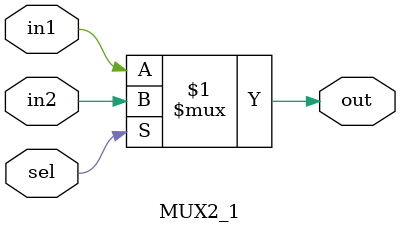
<source format=v>
module MUX2_1(
       	input in1, 
	input in2, 
	input sel,
	output out
);

assign out = sel?in2:in1;

endmodule

</source>
